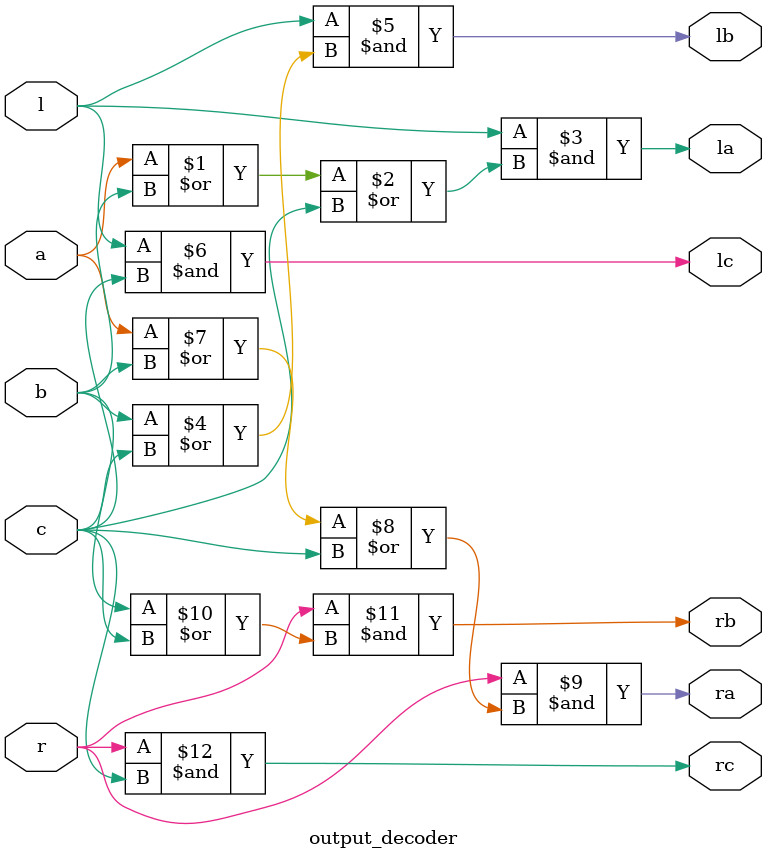
<source format=sv>
module output_decoder(input logic l, r, a, b, c,
                      output logic la, lb, lc, ra, rb, rc);

  assign la = l & (a | b | c);
  assign lb = l & (b | c);
  assign lc = l & c;

  assign ra = r & (a | b | c);
  assign rb = r & (b | c);
  assign rc = r & c;

endmodule

</source>
